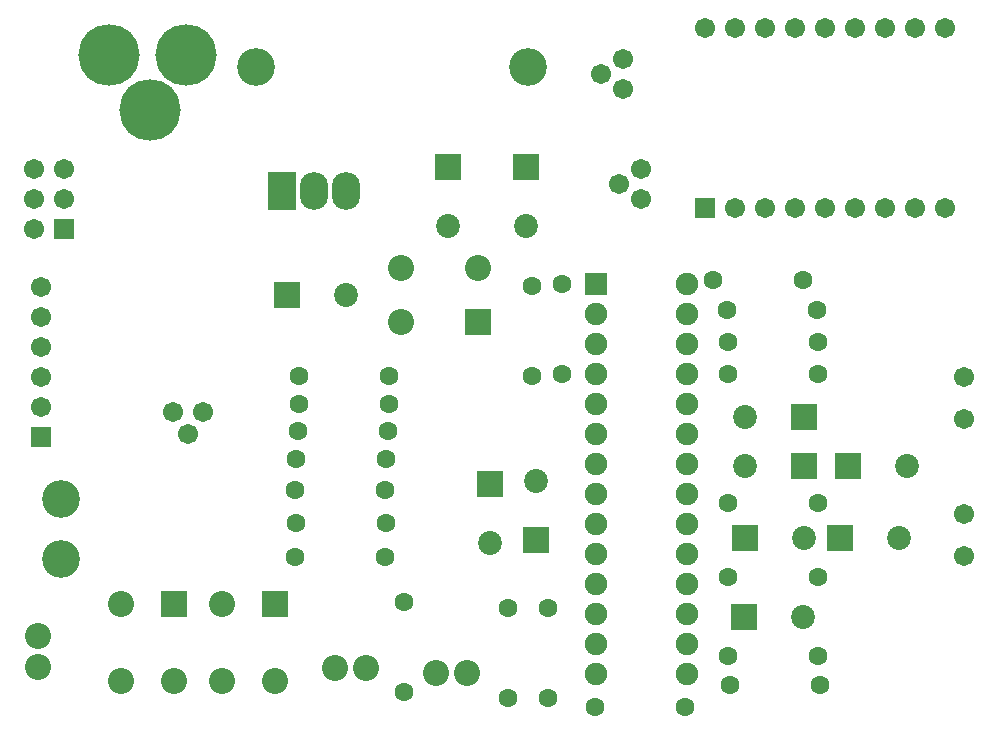
<source format=gbs>
G04*
G04 #@! TF.GenerationSoftware,Altium Limited,Altium Designer,20.0.12 (288)*
G04*
G04 Layer_Color=16711935*
%FSLAX44Y44*%
%MOMM*%
G71*
G01*
G75*
%ADD17R,1.7032X1.7032*%
%ADD18C,1.7032*%
%ADD19C,3.2032*%
%ADD20R,2.4032X3.2032*%
%ADD21O,2.4032X3.2032*%
%ADD22R,1.7032X1.7032*%
%ADD23R,2.2032X2.2032*%
%ADD24C,2.0232*%
%ADD25R,2.2032X2.2032*%
%ADD26C,2.2032*%
%ADD27C,1.9032*%
%ADD28R,1.9032X1.9032*%
%ADD29C,5.2032*%
%ADD30C,1.6032*%
D17*
X367030Y862330D02*
D03*
X386080Y1038860D02*
D03*
D18*
X367030Y887730D02*
D03*
Y913130D02*
D03*
Y938530D02*
D03*
Y963930D02*
D03*
Y989330D02*
D03*
X954481Y1056621D02*
D03*
X979881D02*
D03*
X1005281D02*
D03*
X1030681D02*
D03*
X1056081D02*
D03*
X1081481D02*
D03*
X1106881D02*
D03*
X1132281D02*
D03*
Y1209021D02*
D03*
X1106881D02*
D03*
X1081481D02*
D03*
X1056081D02*
D03*
X1030681D02*
D03*
X1005281D02*
D03*
X979881D02*
D03*
X954481D02*
D03*
X929081D02*
D03*
X875030Y1064260D02*
D03*
X855980Y1076960D02*
D03*
X875030Y1089660D02*
D03*
X859790Y1156970D02*
D03*
X840740Y1169670D02*
D03*
X859790Y1182370D02*
D03*
X478790Y883920D02*
D03*
X491490Y864870D02*
D03*
X504190Y883920D02*
D03*
X1148398Y796813D02*
D03*
Y761313D02*
D03*
X1148080Y877770D02*
D03*
Y913270D02*
D03*
X360680Y1089660D02*
D03*
X386080D02*
D03*
X360680Y1064260D02*
D03*
X386080D02*
D03*
X360680Y1038860D02*
D03*
D19*
X383540Y809460D02*
D03*
Y759460D02*
D03*
X548670Y1176020D02*
D03*
X778670D02*
D03*
D20*
X571170Y1070610D02*
D03*
D21*
X598170D02*
D03*
X625170D02*
D03*
D22*
X929081Y1056621D02*
D03*
D23*
X575310Y982980D02*
D03*
X1013060Y879262D02*
D03*
X961790Y710326D02*
D03*
X1013060Y837571D02*
D03*
X963060Y777240D02*
D03*
X1043070D02*
D03*
X1049820Y838200D02*
D03*
X736600Y960120D02*
D03*
D24*
X625310Y982980D02*
D03*
X963060Y879262D02*
D03*
X1011790Y710326D02*
D03*
X711200Y1040930D02*
D03*
X777240D02*
D03*
X963060Y837571D02*
D03*
X1013060Y777240D02*
D03*
X746760Y772560D02*
D03*
X786130Y825100D02*
D03*
X1093070Y777240D02*
D03*
X1099820Y838200D02*
D03*
D25*
X711200Y1090930D02*
D03*
X777240D02*
D03*
X746760Y822560D02*
D03*
X786130Y775100D02*
D03*
X564790Y720840D02*
D03*
X479700D02*
D03*
D26*
X736600Y1005120D02*
D03*
X671600Y960120D02*
D03*
Y1005120D02*
D03*
X519790Y720840D02*
D03*
X564790Y655840D02*
D03*
X519790D02*
D03*
X434700Y720840D02*
D03*
X479700Y655840D02*
D03*
X434700D02*
D03*
X364490Y693720D02*
D03*
Y667720D02*
D03*
X641650Y666750D02*
D03*
X615650D02*
D03*
X727040Y662940D02*
D03*
X701040D02*
D03*
D27*
X913930Y661670D02*
D03*
Y687070D02*
D03*
Y712470D02*
D03*
Y737870D02*
D03*
Y763270D02*
D03*
Y788670D02*
D03*
Y814070D02*
D03*
Y839470D02*
D03*
Y864870D02*
D03*
Y890270D02*
D03*
Y915670D02*
D03*
Y941070D02*
D03*
Y966470D02*
D03*
Y991870D02*
D03*
X836930Y661670D02*
D03*
Y687070D02*
D03*
Y712470D02*
D03*
Y737870D02*
D03*
Y763270D02*
D03*
Y788670D02*
D03*
Y814070D02*
D03*
Y839470D02*
D03*
Y864870D02*
D03*
Y890270D02*
D03*
Y915670D02*
D03*
Y941070D02*
D03*
Y966470D02*
D03*
D28*
Y991870D02*
D03*
D29*
X459180Y1139180D02*
D03*
X424180Y1186180D02*
D03*
X489180D02*
D03*
D30*
X661670Y890270D02*
D03*
X585470D02*
D03*
X584200Y867410D02*
D03*
X660400D02*
D03*
X661670Y914400D02*
D03*
X585470D02*
D03*
X582930Y843949D02*
D03*
X659130D02*
D03*
Y789940D02*
D03*
X582930D02*
D03*
X657860Y817324D02*
D03*
X581660D02*
D03*
X1024890Y744091D02*
D03*
X948690D02*
D03*
X1024890Y806302D02*
D03*
X948690D02*
D03*
X782320Y914400D02*
D03*
Y990600D02*
D03*
X807720Y915670D02*
D03*
Y991870D02*
D03*
X949960Y652780D02*
D03*
X1026160D02*
D03*
X948690Y677320D02*
D03*
X1024890D02*
D03*
X796290Y717550D02*
D03*
Y641350D02*
D03*
X835660Y633730D02*
D03*
X911860D02*
D03*
X948690Y915416D02*
D03*
X1024890D02*
D03*
X948690Y943102D02*
D03*
X1024890D02*
D03*
X947420Y969810D02*
D03*
X1023620D02*
D03*
X935990Y995680D02*
D03*
X1012190D02*
D03*
X762000Y641350D02*
D03*
Y717550D02*
D03*
X657860Y760730D02*
D03*
X581660D02*
D03*
X674370Y646430D02*
D03*
Y722630D02*
D03*
M02*

</source>
